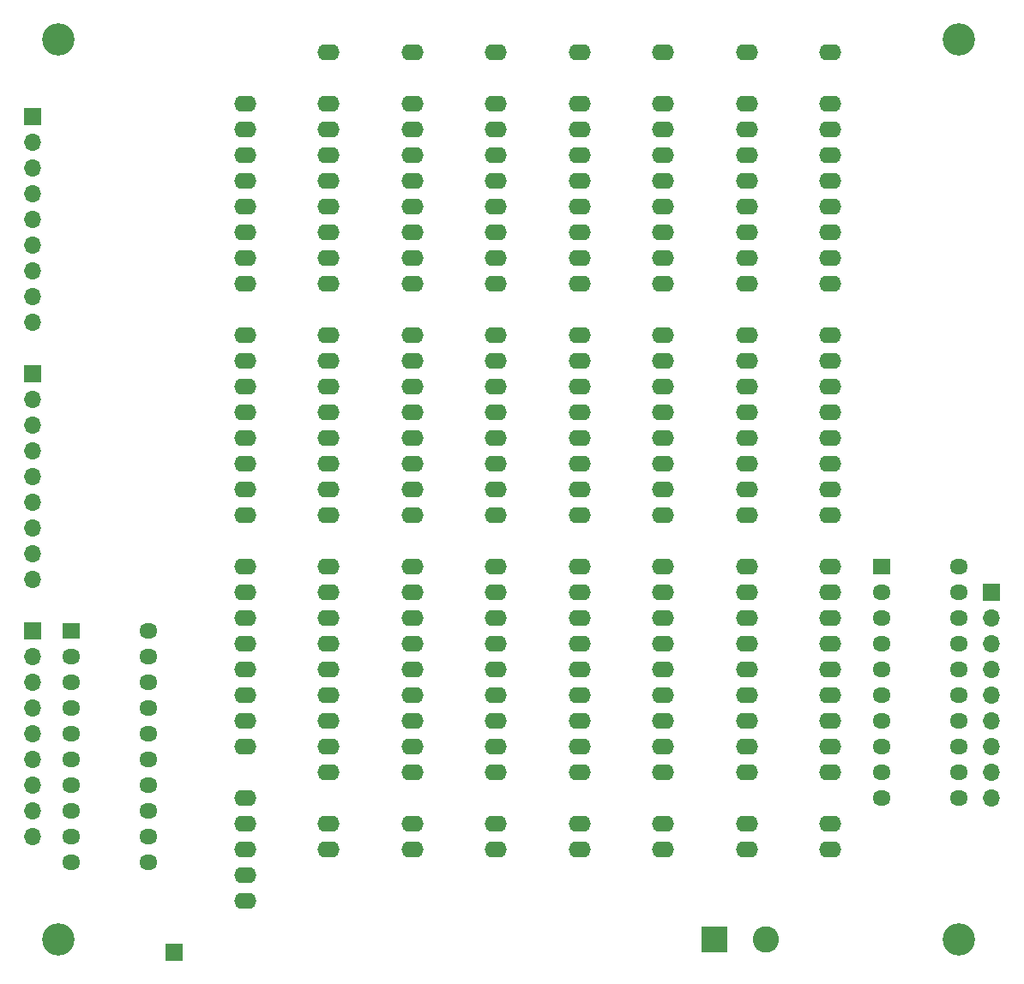
<source format=gbr>
%TF.GenerationSoftware,KiCad,Pcbnew,(5.1.8)-1*%
%TF.CreationDate,2024-08-14T23:36:35+03:00*%
%TF.ProjectId,MUL8x8,4d554c38-7838-42e6-9b69-6361645f7063,rev?*%
%TF.SameCoordinates,Original*%
%TF.FileFunction,Soldermask,Top*%
%TF.FilePolarity,Negative*%
%FSLAX46Y46*%
G04 Gerber Fmt 4.6, Leading zero omitted, Abs format (unit mm)*
G04 Created by KiCad (PCBNEW (5.1.8)-1) date 2024-08-14 23:36:35*
%MOMM*%
%LPD*%
G01*
G04 APERTURE LIST*
%ADD10O,1.800000X1.500000*%
%ADD11R,1.800000X1.500000*%
%ADD12C,2.600000*%
%ADD13R,2.600000X2.600000*%
%ADD14R,1.700000X1.700000*%
%ADD15O,1.700000X1.700000*%
%ADD16O,2.200000X1.600000*%
%ADD17C,3.200000*%
G04 APERTURE END LIST*
D10*
%TO.C,U10*%
X106680000Y-69850000D03*
X99060000Y-92710000D03*
X106680000Y-72390000D03*
X99060000Y-90170000D03*
X106680000Y-74930000D03*
X99060000Y-87630000D03*
X106680000Y-77470000D03*
X99060000Y-85090000D03*
X106680000Y-80010000D03*
X99060000Y-82550000D03*
X106680000Y-82550000D03*
X99060000Y-80010000D03*
X106680000Y-85090000D03*
X99060000Y-77470000D03*
X106680000Y-87630000D03*
X99060000Y-74930000D03*
X106680000Y-90170000D03*
X99060000Y-72390000D03*
X106680000Y-92710000D03*
D11*
X99060000Y-69850000D03*
%TD*%
D10*
%TO.C,U9*%
X26670000Y-76200000D03*
X19050000Y-99060000D03*
X26670000Y-78740000D03*
X19050000Y-96520000D03*
X26670000Y-81280000D03*
X19050000Y-93980000D03*
X26670000Y-83820000D03*
X19050000Y-91440000D03*
X26670000Y-86360000D03*
X19050000Y-88900000D03*
X26670000Y-88900000D03*
X19050000Y-86360000D03*
X26670000Y-91440000D03*
X19050000Y-83820000D03*
X26670000Y-93980000D03*
X19050000Y-81280000D03*
X26670000Y-96520000D03*
X19050000Y-78740000D03*
X26670000Y-99060000D03*
D11*
X19050000Y-76200000D03*
%TD*%
D12*
%TO.C,J6*%
X87550000Y-106680000D03*
D13*
X82550000Y-106680000D03*
%TD*%
D14*
%TO.C,J5*%
X29210000Y-107950000D03*
%TD*%
D15*
%TO.C,J4*%
X109855000Y-92710000D03*
X109855000Y-90170000D03*
X109855000Y-87630000D03*
X109855000Y-85090000D03*
X109855000Y-82550000D03*
X109855000Y-80010000D03*
X109855000Y-77470000D03*
X109855000Y-74930000D03*
D14*
X109855000Y-72390000D03*
%TD*%
D15*
%TO.C,J3*%
X15240000Y-96520000D03*
X15240000Y-93980000D03*
X15240000Y-91440000D03*
X15240000Y-88900000D03*
X15240000Y-86360000D03*
X15240000Y-83820000D03*
X15240000Y-81280000D03*
X15240000Y-78740000D03*
D14*
X15240000Y-76200000D03*
%TD*%
D15*
%TO.C,J2*%
X15240000Y-45720000D03*
X15240000Y-43180000D03*
X15240000Y-40640000D03*
X15240000Y-38100000D03*
X15240000Y-35560000D03*
X15240000Y-33020000D03*
X15240000Y-30480000D03*
X15240000Y-27940000D03*
D14*
X15240000Y-25400000D03*
%TD*%
D15*
%TO.C,J1*%
X15240000Y-71120000D03*
X15240000Y-68580000D03*
X15240000Y-66040000D03*
X15240000Y-63500000D03*
X15240000Y-60960000D03*
X15240000Y-58420000D03*
X15240000Y-55880000D03*
X15240000Y-53340000D03*
D14*
X15240000Y-50800000D03*
%TD*%
D16*
%TO.C,U8*%
X36195000Y-102870000D03*
X36195000Y-100330000D03*
X36195000Y-97790000D03*
X36195000Y-95250000D03*
X36195000Y-92710000D03*
X36195000Y-87630000D03*
X36195000Y-85090000D03*
X36195000Y-82550000D03*
X36195000Y-80010000D03*
X36195000Y-77470000D03*
X36195000Y-74930000D03*
X36195000Y-72390000D03*
X36195000Y-69850000D03*
X36195000Y-64770000D03*
X36195000Y-62230000D03*
X36195000Y-59690000D03*
X36195000Y-57150000D03*
X36195000Y-54610000D03*
X36195000Y-52070000D03*
X36195000Y-49530000D03*
X36195000Y-46990000D03*
X36195000Y-41910000D03*
X36195000Y-39370000D03*
X36195000Y-36830000D03*
X36195000Y-34290000D03*
X36195000Y-31750000D03*
X36195000Y-29210000D03*
X36195000Y-26670000D03*
X36195000Y-24130000D03*
%TD*%
%TO.C,U7*%
X93980000Y-97790000D03*
X93980000Y-95250000D03*
X93980000Y-90170000D03*
X93980000Y-87630000D03*
X93980000Y-85090000D03*
X93980000Y-82550000D03*
X93980000Y-80010000D03*
X93980000Y-77470000D03*
X93980000Y-74930000D03*
X93980000Y-72390000D03*
X93980000Y-69850000D03*
X93980000Y-64770000D03*
X93980000Y-62230000D03*
X93980000Y-59690000D03*
X93980000Y-57150000D03*
X93980000Y-54610000D03*
X93980000Y-52070000D03*
X93980000Y-49530000D03*
X93980000Y-46990000D03*
X93980000Y-41910000D03*
X93980000Y-39370000D03*
X93980000Y-36830000D03*
X93980000Y-34290000D03*
X93980000Y-31750000D03*
X93980000Y-29210000D03*
X93980000Y-26670000D03*
X93980000Y-24130000D03*
X93980000Y-19050000D03*
%TD*%
%TO.C,U6*%
X85725000Y-97790000D03*
X85725000Y-95250000D03*
X85725000Y-90170000D03*
X85725000Y-87630000D03*
X85725000Y-85090000D03*
X85725000Y-82550000D03*
X85725000Y-80010000D03*
X85725000Y-77470000D03*
X85725000Y-74930000D03*
X85725000Y-72390000D03*
X85725000Y-69850000D03*
X85725000Y-64770000D03*
X85725000Y-62230000D03*
X85725000Y-59690000D03*
X85725000Y-57150000D03*
X85725000Y-54610000D03*
X85725000Y-52070000D03*
X85725000Y-49530000D03*
X85725000Y-46990000D03*
X85725000Y-41910000D03*
X85725000Y-39370000D03*
X85725000Y-36830000D03*
X85725000Y-34290000D03*
X85725000Y-31750000D03*
X85725000Y-29210000D03*
X85725000Y-26670000D03*
X85725000Y-24130000D03*
X85725000Y-19050000D03*
%TD*%
%TO.C,U5*%
X77470000Y-97790000D03*
X77470000Y-95250000D03*
X77470000Y-90170000D03*
X77470000Y-87630000D03*
X77470000Y-85090000D03*
X77470000Y-82550000D03*
X77470000Y-80010000D03*
X77470000Y-77470000D03*
X77470000Y-74930000D03*
X77470000Y-72390000D03*
X77470000Y-69850000D03*
X77470000Y-64770000D03*
X77470000Y-62230000D03*
X77470000Y-59690000D03*
X77470000Y-57150000D03*
X77470000Y-54610000D03*
X77470000Y-52070000D03*
X77470000Y-49530000D03*
X77470000Y-46990000D03*
X77470000Y-41910000D03*
X77470000Y-39370000D03*
X77470000Y-36830000D03*
X77470000Y-34290000D03*
X77470000Y-31750000D03*
X77470000Y-29210000D03*
X77470000Y-26670000D03*
X77470000Y-24130000D03*
X77470000Y-19050000D03*
%TD*%
%TO.C,U4*%
X69215000Y-97790000D03*
X69215000Y-95250000D03*
X69215000Y-90170000D03*
X69215000Y-87630000D03*
X69215000Y-85090000D03*
X69215000Y-82550000D03*
X69215000Y-80010000D03*
X69215000Y-77470000D03*
X69215000Y-74930000D03*
X69215000Y-72390000D03*
X69215000Y-69850000D03*
X69215000Y-64770000D03*
X69215000Y-62230000D03*
X69215000Y-59690000D03*
X69215000Y-57150000D03*
X69215000Y-54610000D03*
X69215000Y-52070000D03*
X69215000Y-49530000D03*
X69215000Y-46990000D03*
X69215000Y-41910000D03*
X69215000Y-39370000D03*
X69215000Y-36830000D03*
X69215000Y-34290000D03*
X69215000Y-31750000D03*
X69215000Y-29210000D03*
X69215000Y-26670000D03*
X69215000Y-24130000D03*
X69215000Y-19050000D03*
%TD*%
%TO.C,U3*%
X60960000Y-97790000D03*
X60960000Y-95250000D03*
X60960000Y-90170000D03*
X60960000Y-87630000D03*
X60960000Y-85090000D03*
X60960000Y-82550000D03*
X60960000Y-80010000D03*
X60960000Y-77470000D03*
X60960000Y-74930000D03*
X60960000Y-72390000D03*
X60960000Y-69850000D03*
X60960000Y-64770000D03*
X60960000Y-62230000D03*
X60960000Y-59690000D03*
X60960000Y-57150000D03*
X60960000Y-54610000D03*
X60960000Y-52070000D03*
X60960000Y-49530000D03*
X60960000Y-46990000D03*
X60960000Y-41910000D03*
X60960000Y-39370000D03*
X60960000Y-36830000D03*
X60960000Y-34290000D03*
X60960000Y-31750000D03*
X60960000Y-29210000D03*
X60960000Y-26670000D03*
X60960000Y-24130000D03*
X60960000Y-19050000D03*
%TD*%
%TO.C,U2*%
X52705000Y-97790000D03*
X52705000Y-95250000D03*
X52705000Y-90170000D03*
X52705000Y-87630000D03*
X52705000Y-85090000D03*
X52705000Y-82550000D03*
X52705000Y-80010000D03*
X52705000Y-77470000D03*
X52705000Y-74930000D03*
X52705000Y-72390000D03*
X52705000Y-69850000D03*
X52705000Y-64770000D03*
X52705000Y-62230000D03*
X52705000Y-59690000D03*
X52705000Y-57150000D03*
X52705000Y-54610000D03*
X52705000Y-52070000D03*
X52705000Y-49530000D03*
X52705000Y-46990000D03*
X52705000Y-41910000D03*
X52705000Y-39370000D03*
X52705000Y-36830000D03*
X52705000Y-34290000D03*
X52705000Y-31750000D03*
X52705000Y-29210000D03*
X52705000Y-26670000D03*
X52705000Y-24130000D03*
X52705000Y-19050000D03*
%TD*%
%TO.C,U1*%
X44450000Y-97790000D03*
X44450000Y-95250000D03*
X44450000Y-90170000D03*
X44450000Y-87630000D03*
X44450000Y-85090000D03*
X44450000Y-82550000D03*
X44450000Y-80010000D03*
X44450000Y-77470000D03*
X44450000Y-74930000D03*
X44450000Y-72390000D03*
X44450000Y-69850000D03*
X44450000Y-64770000D03*
X44450000Y-62230000D03*
X44450000Y-59690000D03*
X44450000Y-57150000D03*
X44450000Y-54610000D03*
X44450000Y-52070000D03*
X44450000Y-49530000D03*
X44450000Y-46990000D03*
X44450000Y-41910000D03*
X44450000Y-39370000D03*
X44450000Y-36830000D03*
X44450000Y-34290000D03*
X44450000Y-31750000D03*
X44450000Y-29210000D03*
X44450000Y-26670000D03*
X44450000Y-24130000D03*
X44450000Y-19050000D03*
%TD*%
D17*
%TO.C,H4*%
X106680000Y-106680000D03*
%TD*%
%TO.C,H3*%
X17780000Y-106680000D03*
%TD*%
%TO.C,H2*%
X106680000Y-17780000D03*
%TD*%
%TO.C,H1*%
X17780000Y-17780000D03*
%TD*%
M02*

</source>
